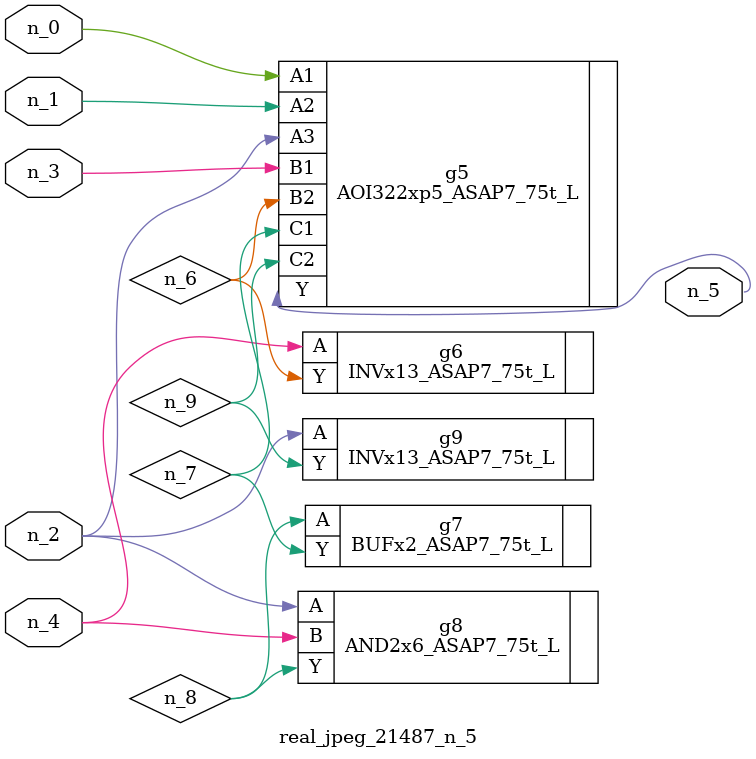
<source format=v>
module real_jpeg_21487_n_5 (n_4, n_0, n_1, n_2, n_3, n_5);

input n_4;
input n_0;
input n_1;
input n_2;
input n_3;

output n_5;

wire n_8;
wire n_6;
wire n_7;
wire n_9;

AOI322xp5_ASAP7_75t_L g5 ( 
.A1(n_0),
.A2(n_1),
.A3(n_2),
.B1(n_3),
.B2(n_6),
.C1(n_7),
.C2(n_9),
.Y(n_5)
);

AND2x6_ASAP7_75t_L g8 ( 
.A(n_2),
.B(n_4),
.Y(n_8)
);

INVx13_ASAP7_75t_L g9 ( 
.A(n_2),
.Y(n_9)
);

INVx13_ASAP7_75t_L g6 ( 
.A(n_4),
.Y(n_6)
);

BUFx2_ASAP7_75t_L g7 ( 
.A(n_8),
.Y(n_7)
);


endmodule
</source>
